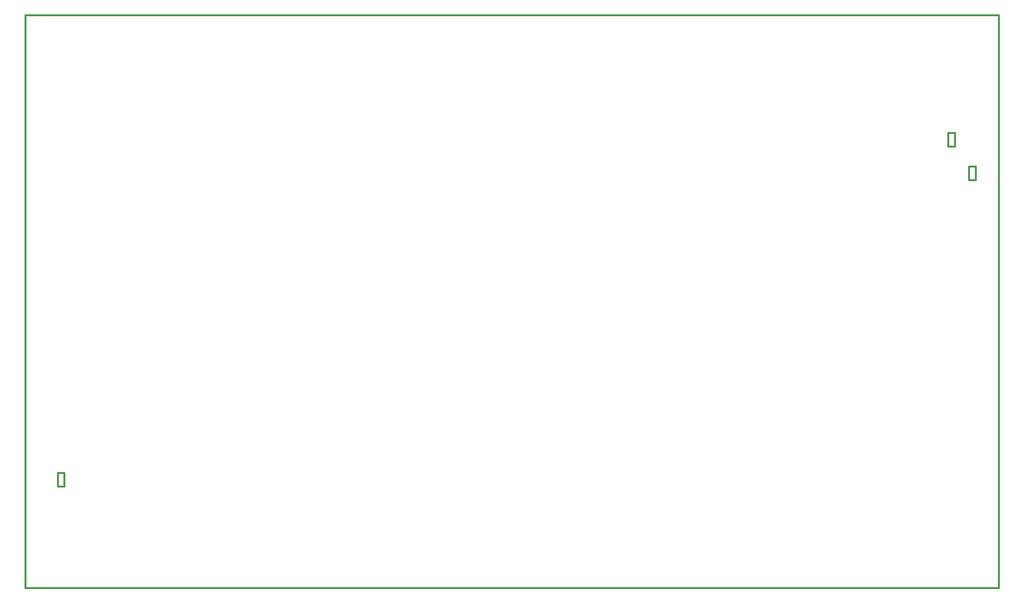
<source format=gko>
%FSLAX33Y33*%
%MOMM*%
%ADD10C,0.381*%
D10*
%LNpath-145*%
G01*
X0Y0D02*
X218200Y0D01*
X218200Y128500*
X0Y128500*
X0Y0*
X7279Y22775D02*
X8779Y22775D01*
X8779Y25775*
X7279Y25775*
X7279Y22775*
X206885Y99074D02*
X208385Y99074D01*
X208385Y102074*
X206885Y102074*
X206885Y99074*
X211545Y91524D02*
X213045Y91524D01*
X213045Y94524*
X211545Y94524*
X211545Y91524*
%LNmechanical details_traces*%
M02*
</source>
